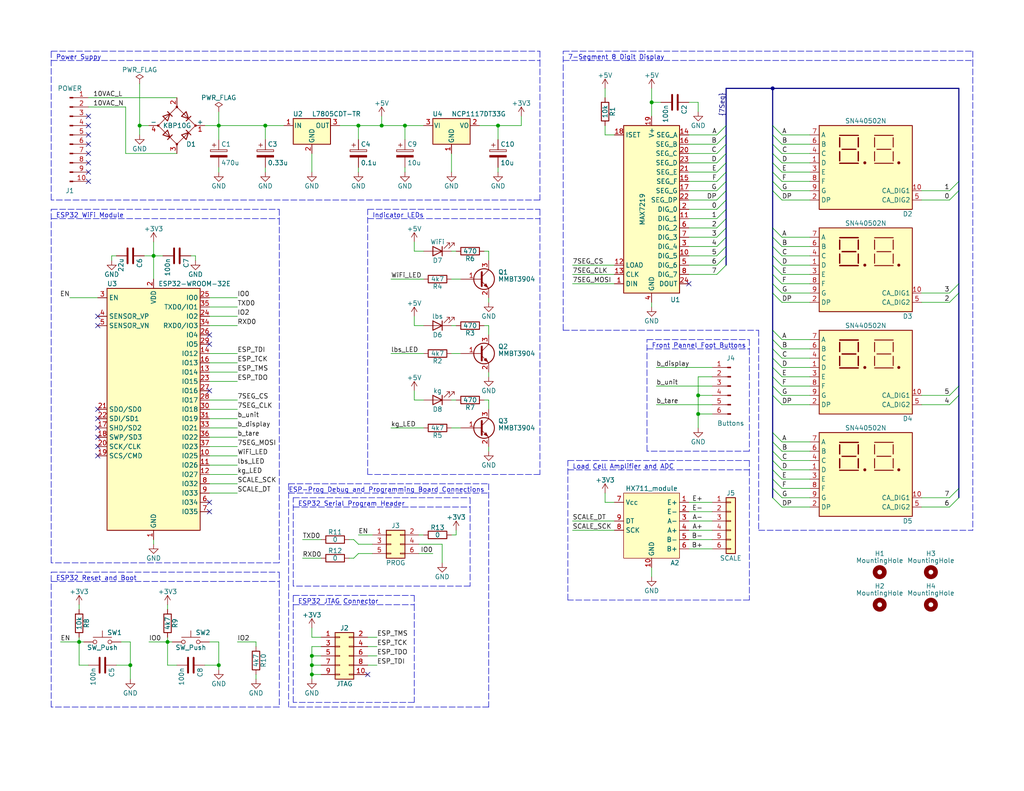
<source format=kicad_sch>
(kicad_sch (version 20211123) (generator eeschema)
  (paper "A")
  (title_block (title "DigiMatex DS410 Scale Replacement Main Board") (date "2022-02-21") (rev "A") (company "erry Leumas") (comment 1 "PCB to be maufactured by prototype board house (JLCPCB)"))
  (bus_alias "7Seg" (members "A" "B" "C" "D" "E" "F" "G" "DP" "1" "2" "3" "4" "5" "6" "7" "0"))
  (bus_alias "LED" (members "WiFi_LED" "lbs_LED" "kg_LED"))
  (bus_alias "MAX7219" (members "CLK" "MOSI" "CS"))
  (bus_alias "Buttons" (members "b_display" "b_tare" "b_unit"))
  (bus_alias "HX711" (members "SCK" "DT"))
  (junction (at 110.49 34.29))
  (junction (at 35.56 181.61))
  (junction (at 41.91 69.85))
  (junction (at 190.5 113.03))
  (junction (at 59.69 181.61))
  (junction (at 85.09 179.07))
  (junction (at 38.1 34.29))
  (junction (at 135.89 34.29))
  (junction (at 85.09 184.15))
  (junction (at 104.14 34.29))
  (junction (at 97.79 34.29))
  (junction (at 45.72 175.26))
  (junction (at 59.69 34.29))
  (junction (at 177.8 27.94))
  (junction (at 21.59 175.26))
  (junction (at 210.82 24.13))
  (junction (at 85.09 181.61))
  (junction (at 72.39 34.29))
  (junction (at 190.5 107.95))
  (no_connect (at 24.13 31.75))
  (no_connect (at 24.13 36.83))
  (no_connect (at 24.13 39.37))
  (no_connect (at 24.13 41.91))
  (no_connect (at 24.13 44.45))
  (no_connect (at 24.13 46.99))
  (no_connect (at 24.13 49.53))
  (no_connect (at 26.67 86.36))
  (no_connect (at 26.67 121.92))
  (no_connect (at 26.67 114.3))
  (no_connect (at 26.67 111.76))
  (no_connect (at 26.67 88.9))
  (no_connect (at 26.67 119.38))
  (no_connect (at 26.67 124.46))
  (no_connect (at 26.67 116.84))
  (no_connect (at 187.96 77.47))
  (no_connect (at 100.33 184.15))
  (no_connect (at 57.15 139.7))
  (no_connect (at 57.15 137.16))
  (no_connect (at 57.15 93.98))
  (no_connect (at 57.15 91.44))
  (no_connect (at 57.15 106.68))
  (no_connect (at 24.13 34.29))
  (bus_entry (at 195.58 74.93) (size 2.54 -2.54))
  (bus_entry (at 195.58 39.37) (size 2.54 -2.54))
  (bus_entry (at 210.82 64.77) (size 2.54 2.54))
  (bus_entry (at 210.82 95.25) (size 2.54 2.54))
  (bus_entry (at 210.82 97.79) (size 2.54 2.54))
  (bus_entry (at 195.58 57.15) (size 2.54 -2.54))
  (bus_entry (at 210.82 74.93) (size 2.54 2.54))
  (bus_entry (at 195.58 62.23) (size 2.54 -2.54))
  (bus_entry (at 210.82 80.01) (size 2.54 2.54))
  (bus_entry (at 210.82 120.65) (size 2.54 2.54))
  (bus_entry (at 210.82 100.33) (size 2.54 2.54))
  (bus_entry (at 210.82 135.89) (size 2.54 2.54))
  (bus_entry (at 195.58 52.07) (size 2.54 -2.54))
  (bus_entry (at 210.82 125.73) (size 2.54 2.54))
  (bus_entry (at 195.58 59.69) (size 2.54 -2.54))
  (bus_entry (at 210.82 77.47) (size 2.54 2.54))
  (bus_entry (at 195.58 46.99) (size 2.54 -2.54))
  (bus_entry (at 210.82 34.29) (size 2.54 2.54))
  (bus_entry (at 210.82 49.53) (size 2.54 2.54))
  (bus_entry (at 210.82 46.99) (size 2.54 2.54))
  (bus_entry (at 210.82 39.37) (size 2.54 2.54))
  (bus_entry (at 210.82 44.45) (size 2.54 2.54))
  (bus_entry (at 210.82 36.83) (size 2.54 2.54))
  (bus_entry (at 210.82 41.91) (size 2.54 2.54))
  (bus_entry (at 210.82 52.07) (size 2.54 2.54))
  (bus_entry (at 210.82 130.81) (size 2.54 2.54))
  (bus_entry (at 210.82 92.71) (size 2.54 2.54))
  (bus_entry (at 195.58 64.77) (size 2.54 -2.54))
  (bus_entry (at 195.58 69.85) (size 2.54 -2.54))
  (bus_entry (at 210.82 118.11) (size 2.54 2.54))
  (bus_entry (at 195.58 44.45) (size 2.54 -2.54))
  (bus_entry (at 210.82 102.87) (size 2.54 2.54))
  (bus_entry (at 195.58 72.39) (size 2.54 -2.54))
  (bus_entry (at 210.82 123.19) (size 2.54 2.54))
  (bus_entry (at 210.82 62.23) (size 2.54 2.54))
  (bus_entry (at 195.58 41.91) (size 2.54 -2.54))
  (bus_entry (at 195.58 54.61) (size 2.54 -2.54))
  (bus_entry (at 259.08 52.07) (size 2.54 -2.54))
  (bus_entry (at 259.08 54.61) (size 2.54 -2.54))
  (bus_entry (at 259.08 82.55) (size 2.54 -2.54))
  (bus_entry (at 259.08 80.01) (size 2.54 -2.54))
  (bus_entry (at 259.08 138.43) (size 2.54 -2.54))
  (bus_entry (at 259.08 135.89) (size 2.54 -2.54))
  (bus_entry (at 259.08 107.95) (size 2.54 -2.54))
  (bus_entry (at 259.08 110.49) (size 2.54 -2.54))
  (bus_entry (at 210.82 90.17) (size 2.54 2.54))
  (bus_entry (at 195.58 36.83) (size 2.54 -2.54))
  (bus_entry (at 195.58 67.31) (size 2.54 -2.54))
  (bus_entry (at 210.82 107.95) (size 2.54 2.54))
  (bus_entry (at 210.82 105.41) (size 2.54 2.54))
  (bus_entry (at 210.82 133.35) (size 2.54 2.54))
  (bus_entry (at 210.82 72.39) (size 2.54 2.54))
  (bus_entry (at 210.82 128.27) (size 2.54 2.54))
  (bus_entry (at 210.82 67.31) (size 2.54 2.54))
  (bus_entry (at 210.82 69.85) (size 2.54 2.54))
  (bus_entry (at 195.58 49.53) (size 2.54 -2.54))
  (wire (pts (xy 59.69 34.29) (xy 59.69 38.1)))
  (polyline (pts (xy 147.32 129.54) (xy 100.33 129.54)))
  (bus (pts (xy 210.82 34.29) (xy 210.82 36.83)))
  (wire (pts (xy 57.15 127) (xy 64.77 127)))
  (wire (pts (xy 187.96 67.31) (xy 195.58 67.31)))
  (wire (pts (xy 69.85 184.15) (xy 69.85 185.42)))
  (wire (pts (xy 16.51 175.26) (xy 21.59 175.26)))
  (wire (pts (xy 85.09 184.15) (xy 87.63 184.15)))
  (wire (pts (xy 57.15 129.54) (xy 64.77 129.54)))
  (bus (pts (xy 210.82 39.37) (xy 210.82 41.91)))
  (wire (pts (xy 85.09 184.15) (xy 85.09 181.61)))
  (wire (pts (xy 142.24 31.75) (xy 142.24 34.29)))
  (wire (pts (xy 85.09 41.91) (xy 85.09 46.99)))
  (bus (pts (xy 210.82 105.41) (xy 210.82 107.95)))
  (wire (pts (xy 213.36 133.35) (xy 220.98 133.35)))
  (wire (pts (xy 31.75 181.61) (xy 35.56 181.61)))
  (wire (pts (xy 123.19 68.58) (xy 124.46 68.58)))
  (polyline (pts (xy 13.97 54.61) (xy 13.97 13.97)))
  (wire (pts (xy 187.96 41.91) (xy 195.58 41.91)))
  (wire (pts (xy 41.91 69.85) (xy 44.45 69.85)))
  (wire (pts (xy 133.35 121.92) (xy 133.35 123.19)))
  (wire (pts (xy 187.96 36.83) (xy 195.58 36.83)))
  (wire (pts (xy 187.96 64.77) (xy 195.58 64.77)))
  (wire (pts (xy 187.96 44.45) (xy 195.58 44.45)))
  (wire (pts (xy 48.26 41.91) (xy 34.29 41.91)))
  (wire (pts (xy 110.49 45.72) (xy 110.49 46.99)))
  (bus (pts (xy 198.12 54.61) (xy 198.12 52.07)))
  (bus (pts (xy 210.82 80.01) (xy 210.82 90.17)))
  (wire (pts (xy 187.96 137.16) (xy 194.31 137.16)))
  (wire (pts (xy 45.72 181.61) (xy 45.72 175.26)))
  (polyline (pts (xy 207.01 144.78) (xy 265.43 144.78)))
  (wire (pts (xy 72.39 45.72) (xy 72.39 46.99)))
  (wire (pts (xy 57.15 86.36) (xy 64.77 86.36)))
  (wire (pts (xy 187.96 46.99) (xy 195.58 46.99)))
  (wire (pts (xy 124.46 146.05) (xy 124.46 144.78)))
  (wire (pts (xy 106.68 116.84) (xy 115.57 116.84)))
  (polyline (pts (xy 113.03 165.1) (xy 113.03 191.77)))
  (polyline (pts (xy 78.74 132.08) (xy 133.35 132.08)))
  (polyline (pts (xy 100.33 129.54) (xy 100.33 57.15)))
  (polyline (pts (xy 78.74 132.08) (xy 78.74 193.04)))
  (wire (pts (xy 213.36 135.89) (xy 220.98 135.89)))
  (wire (pts (xy 114.3 151.13) (xy 118.11 151.13)))
  (wire (pts (xy 97.79 34.29) (xy 97.79 38.1)))
  (wire (pts (xy 194.31 147.32) (xy 187.96 147.32)))
  (bus (pts (xy 261.62 80.01) (xy 261.62 105.41)))
  (wire (pts (xy 213.36 74.93) (xy 220.98 74.93)))
  (polyline (pts (xy 128.27 160.02) (xy 80.01 160.02)))
  (wire (pts (xy 100.33 179.07) (xy 102.87 179.07)))
  (wire (pts (xy 187.96 74.93) (xy 195.58 74.93)))
  (wire (pts (xy 24.13 29.21) (xy 34.29 29.21)))
  (bus (pts (xy 210.82 118.11) (xy 210.82 120.65)))
  (bus (pts (xy 210.82 92.71) (xy 210.82 95.25)))
  (wire (pts (xy 187.96 27.94) (xy 190.5 27.94)))
  (bus (pts (xy 198.12 72.39) (xy 198.12 69.85)))
  (wire (pts (xy 194.31 149.86) (xy 187.96 149.86)))
  (bus (pts (xy 198.12 24.13) (xy 210.82 24.13)))
  (polyline (pts (xy 265.43 13.97) (xy 265.43 16.51)))
  (wire (pts (xy 213.36 92.71) (xy 220.98 92.71)))
  (bus (pts (xy 198.12 52.07) (xy 198.12 49.53)))
  (polyline (pts (xy 154.94 128.27) (xy 204.47 128.27)))
  (wire (pts (xy 213.36 44.45) (xy 220.98 44.45)))
  (wire (pts (xy 85.09 181.61) (xy 87.63 181.61)))
  (wire (pts (xy 100.33 176.53) (xy 102.87 176.53)))
  (wire (pts (xy 113.03 109.22) (xy 115.57 109.22)))
  (wire (pts (xy 101.6 148.59) (xy 97.79 148.59)))
  (wire (pts (xy 213.36 46.99) (xy 220.98 46.99)))
  (wire (pts (xy 57.15 132.08) (xy 64.77 132.08)))
  (polyline (pts (xy 207.01 90.17) (xy 207.01 144.78)))
  (wire (pts (xy 82.55 152.4) (xy 87.63 152.4)))
  (bus (pts (xy 210.82 120.65) (xy 210.82 123.19)))
  (polyline (pts (xy 78.74 134.62) (xy 133.35 134.62)))
  (wire (pts (xy 177.8 82.55) (xy 177.8 83.82)))
  (wire (pts (xy 213.36 120.65) (xy 220.98 120.65)))
  (wire (pts (xy 57.15 114.3) (xy 64.77 114.3)))
  (polyline (pts (xy 153.67 16.51) (xy 265.43 16.51)))
  (bus (pts (xy 261.62 52.07) (xy 261.62 77.47)))
  (bus (pts (xy 261.62 107.95) (xy 261.62 133.35)))
  (wire (pts (xy 190.5 113.03) (xy 190.5 116.84)))
  (wire (pts (xy 213.36 69.85) (xy 220.98 69.85)))
  (wire (pts (xy 187.96 142.24) (xy 194.31 142.24)))
  (polyline (pts (xy 147.32 59.69) (xy 147.32 129.54)))
  (wire (pts (xy 179.07 100.33) (xy 194.31 100.33)))
  (polyline (pts (xy 204.47 125.73) (xy 204.47 128.27)))
  (wire (pts (xy 213.36 102.87) (xy 220.98 102.87)))
  (polyline (pts (xy 128.27 135.89) (xy 128.27 138.43)))
  (wire (pts (xy 97.79 45.72) (xy 97.79 46.99)))
  (polyline (pts (xy 176.53 92.71) (xy 204.47 92.71)))
  (bus (pts (xy 210.82 49.53) (xy 210.82 52.07)))
  (wire (pts (xy 120.65 148.59) (xy 120.65 153.67)))
  (wire (pts (xy 177.8 24.13) (xy 177.8 27.94)))
  (bus (pts (xy 261.62 133.35) (xy 261.62 135.89)))
  (bus (pts (xy 198.12 59.69) (xy 198.12 57.15)))
  (wire (pts (xy 213.36 130.81) (xy 220.98 130.81)))
  (wire (pts (xy 251.46 110.49) (xy 259.08 110.49)))
  (wire (pts (xy 57.15 99.06) (xy 64.77 99.06)))
  (wire (pts (xy 165.1 36.83) (xy 167.64 36.83)))
  (polyline (pts (xy 147.32 54.61) (xy 13.97 54.61)))
  (wire (pts (xy 21.59 173.99) (xy 21.59 175.26)))
  (wire (pts (xy 213.36 54.61) (xy 220.98 54.61)))
  (wire (pts (xy 213.36 105.41) (xy 220.98 105.41)))
  (wire (pts (xy 213.36 64.77) (xy 220.98 64.77)))
  (wire (pts (xy 213.36 67.31) (xy 220.98 67.31)))
  (bus (pts (xy 210.82 72.39) (xy 210.82 74.93)))
  (wire (pts (xy 85.09 179.07) (xy 87.63 179.07)))
  (wire (pts (xy 64.77 175.26) (xy 69.85 175.26)))
  (wire (pts (xy 21.59 165.1) (xy 21.59 166.37)))
  (polyline (pts (xy 113.03 191.77) (xy 80.01 191.77)))
  (wire (pts (xy 130.81 34.29) (xy 135.89 34.29)))
  (wire (pts (xy 213.36 123.19) (xy 220.98 123.19)))
  (wire (pts (xy 187.96 39.37) (xy 195.58 39.37)))
  (wire (pts (xy 123.19 76.2) (xy 125.73 76.2)))
  (polyline (pts (xy 76.2 57.15) (xy 76.2 59.69)))
  (wire (pts (xy 59.69 30.48) (xy 59.69 34.29)))
  (bus (pts (xy 210.82 74.93) (xy 210.82 77.47)))
  (polyline (pts (xy 176.53 123.19) (xy 176.53 92.71)))
  (bus (pts (xy 261.62 77.47) (xy 261.62 80.01)))
  (wire (pts (xy 213.36 52.07) (xy 220.98 52.07)))
  (wire (pts (xy 59.69 45.72) (xy 59.69 46.99)))
  (polyline (pts (xy 80.01 160.02) (xy 80.01 135.89)))
  (wire (pts (xy 41.91 66.04) (xy 41.91 69.85)))
  (polyline (pts (xy 100.33 57.15) (xy 147.32 57.15)))
  (wire (pts (xy 177.8 27.94) (xy 177.8 31.75)))
  (wire (pts (xy 156.21 144.78) (xy 167.64 144.78)))
  (bus (pts (xy 210.82 36.83) (xy 210.82 39.37)))
  (wire (pts (xy 187.96 139.7) (xy 194.31 139.7)))
  (polyline (pts (xy 13.97 13.97) (xy 147.32 13.97)))
  (wire (pts (xy 156.21 74.93) (xy 167.64 74.93)))
  (wire (pts (xy 113.03 68.58) (xy 115.57 68.58)))
  (polyline (pts (xy 76.2 59.69) (xy 76.2 153.67)))
  (polyline (pts (xy 154.94 163.83) (xy 154.94 125.73)))
  (wire (pts (xy 167.64 77.47) (xy 156.21 77.47)))
  (wire (pts (xy 187.96 54.61) (xy 195.58 54.61)))
  (wire (pts (xy 187.96 59.69) (xy 195.58 59.69)))
  (wire (pts (xy 179.07 105.41) (xy 194.31 105.41)))
  (wire (pts (xy 35.56 181.61) (xy 35.56 185.42)))
  (wire (pts (xy 48.26 181.61) (xy 45.72 181.61)))
  (bus (pts (xy 210.82 24.13) (xy 210.82 34.29)))
  (wire (pts (xy 190.5 27.94) (xy 190.5 30.48)))
  (wire (pts (xy 165.1 24.13) (xy 165.1 26.67)))
  (wire (pts (xy 180.34 27.94) (xy 177.8 27.94)))
  (bus (pts (xy 210.82 62.23) (xy 210.82 64.77)))
  (wire (pts (xy 82.55 147.32) (xy 87.63 147.32)))
  (wire (pts (xy 85.09 185.42) (xy 85.09 184.15)))
  (wire (pts (xy 251.46 107.95) (xy 259.08 107.95)))
  (wire (pts (xy 165.1 137.16) (xy 167.64 137.16)))
  (wire (pts (xy 133.35 88.9) (xy 133.35 91.44)))
  (wire (pts (xy 85.09 176.53) (xy 87.63 176.53)))
  (polyline (pts (xy 265.43 16.51) (xy 265.43 144.78)))
  (wire (pts (xy 33.02 175.26) (xy 35.56 175.26)))
  (wire (pts (xy 57.15 175.26) (xy 59.69 175.26)))
  (polyline (pts (xy 113.03 162.56) (xy 113.03 165.1)))
  (polyline (pts (xy 128.27 138.43) (xy 128.27 160.02)))
  (polyline (pts (xy 80.01 138.43) (xy 128.27 138.43)))
  (bus (pts (xy 210.82 128.27) (xy 210.82 130.81)))
  (wire (pts (xy 114.3 146.05) (xy 115.57 146.05)))
  (polyline (pts (xy 100.33 59.69) (xy 147.32 59.69)))
  (wire (pts (xy 123.19 146.05) (xy 124.46 146.05)))
  (bus (pts (xy 210.82 52.07) (xy 210.82 62.23)))
  (wire (pts (xy 87.63 173.99) (xy 85.09 173.99)))
  (bus (pts (xy 198.12 57.15) (xy 198.12 54.61)))
  (wire (pts (xy 213.36 41.91) (xy 220.98 41.91)))
  (wire (pts (xy 113.03 88.9) (xy 115.57 88.9)))
  (wire (pts (xy 123.19 41.91) (xy 123.19 46.99)))
  (wire (pts (xy 39.37 69.85) (xy 41.91 69.85)))
  (wire (pts (xy 165.1 134.62) (xy 165.1 137.16)))
  (wire (pts (xy 213.36 36.83) (xy 220.98 36.83)))
  (wire (pts (xy 213.36 138.43) (xy 220.98 138.43)))
  (wire (pts (xy 251.46 52.07) (xy 259.08 52.07)))
  (bus (pts (xy 210.82 102.87) (xy 210.82 105.41)))
  (bus (pts (xy 198.12 41.91) (xy 198.12 39.37)))
  (polyline (pts (xy 13.97 153.67) (xy 13.97 57.15)))
  (wire (pts (xy 97.79 148.59) (xy 96.52 147.32)))
  (bus (pts (xy 198.12 36.83) (xy 198.12 34.29)))
  (polyline (pts (xy 76.2 193.04) (xy 13.97 193.04)))
  (bus (pts (xy 198.12 34.29) (xy 198.12 24.13)))
  (wire (pts (xy 114.3 148.59) (xy 120.65 148.59)))
  (wire (pts (xy 213.36 49.53) (xy 220.98 49.53)))
  (wire (pts (xy 41.91 147.32) (xy 41.91 148.59)))
  (bus (pts (xy 261.62 49.53) (xy 261.62 52.07)))
  (bus (pts (xy 210.82 125.73) (xy 210.82 128.27)))
  (wire (pts (xy 167.64 142.24) (xy 156.21 142.24)))
  (bus (pts (xy 210.82 107.95) (xy 210.82 118.11)))
  (wire (pts (xy 110.49 34.29) (xy 115.57 34.29)))
  (polyline (pts (xy 76.2 156.21) (xy 76.2 158.75)))
  (wire (pts (xy 97.79 146.05) (xy 101.6 146.05)))
  (wire (pts (xy 190.5 107.95) (xy 190.5 113.03)))
  (polyline (pts (xy 80.01 191.77) (xy 80.01 162.56)))
  (wire (pts (xy 187.96 72.39) (xy 195.58 72.39)))
  (wire (pts (xy 133.35 68.58) (xy 133.35 71.12)))
  (bus (pts (xy 210.82 90.17) (xy 210.82 92.71)))
  (polyline (pts (xy 204.47 123.19) (xy 176.53 123.19)))
  (polyline (pts (xy 176.53 95.25) (xy 204.47 95.25)))
  (wire (pts (xy 123.19 96.52) (xy 125.73 96.52)))
  (bus (pts (xy 198.12 39.37) (xy 198.12 36.83)))
  (wire (pts (xy 190.5 102.87) (xy 190.5 107.95)))
  (wire (pts (xy 38.1 34.29) (xy 40.64 34.29)))
  (bus (pts (xy 198.12 64.77) (xy 198.12 62.23)))
  (wire (pts (xy 213.36 39.37) (xy 220.98 39.37)))
  (wire (pts (xy 251.46 80.01) (xy 259.08 80.01)))
  (bus (pts (xy 198.12 46.99) (xy 198.12 44.45)))
  (wire (pts (xy 113.03 86.36) (xy 113.03 88.9)))
  (wire (pts (xy 213.36 110.49) (xy 220.98 110.49)))
  (wire (pts (xy 187.96 57.15) (xy 195.58 57.15)))
  (wire (pts (xy 59.69 34.29) (xy 72.39 34.29)))
  (wire (pts (xy 24.13 26.67) (xy 48.26 26.67)))
  (bus (pts (xy 210.82 95.25) (xy 210.82 97.79)))
  (wire (pts (xy 187.96 62.23) (xy 195.58 62.23)))
  (wire (pts (xy 53.34 71.12) (xy 53.34 69.85)))
  (bus (pts (xy 261.62 105.41) (xy 261.62 107.95)))
  (bus (pts (xy 210.82 100.33) (xy 210.82 102.87)))
  (wire (pts (xy 187.96 144.78) (xy 194.31 144.78)))
  (polyline (pts (xy 80.01 162.56) (xy 113.03 162.56)))
  (wire (pts (xy 104.14 31.75) (xy 104.14 34.29)))
  (bus (pts (xy 210.82 67.31) (xy 210.82 69.85)))
  (wire (pts (xy 40.64 175.26) (xy 45.72 175.26)))
  (wire (pts (xy 57.15 101.6) (xy 64.77 101.6)))
  (wire (pts (xy 194.31 102.87) (xy 190.5 102.87)))
  (polyline (pts (xy 147.32 13.97) (xy 147.32 16.51)))
  (wire (pts (xy 133.35 101.6) (xy 133.35 102.87)))
  (polyline (pts (xy 13.97 16.51) (xy 147.32 16.51)))
  (polyline (pts (xy 147.32 16.51) (xy 147.32 54.61)))
  (bus (pts (xy 210.82 77.47) (xy 210.82 80.01)))
  (wire (pts (xy 57.15 104.14) (xy 64.77 104.14)))
  (wire (pts (xy 69.85 175.26) (xy 69.85 176.53)))
  (wire (pts (xy 133.35 81.28) (xy 133.35 82.55)))
  (wire (pts (xy 187.96 49.53) (xy 195.58 49.53)))
  (wire (pts (xy 38.1 36.83) (xy 38.1 34.29)))
  (wire (pts (xy 97.79 151.13) (xy 96.52 152.4)))
  (wire (pts (xy 165.1 34.29) (xy 165.1 36.83)))
  (bus (pts (xy 210.82 97.79) (xy 210.82 100.33)))
  (polyline (pts (xy 80.01 135.89) (xy 128.27 135.89)))
  (polyline (pts (xy 76.2 158.75) (xy 76.2 193.04)))
  (polyline (pts (xy 147.32 57.15) (xy 147.32 59.69)))
  (wire (pts (xy 123.19 109.22) (xy 124.46 109.22)))
  (wire (pts (xy 132.08 88.9) (xy 133.35 88.9)))
  (polyline (pts (xy 13.97 193.04) (xy 13.97 156.21)))
  (wire (pts (xy 251.46 135.89) (xy 259.08 135.89)))
  (bus (pts (xy 210.82 44.45) (xy 210.82 46.99)))
  (wire (pts (xy 21.59 175.26) (xy 22.86 175.26)))
  (wire (pts (xy 45.72 173.99) (xy 45.72 175.26)))
  (polyline (pts (xy 204.47 92.71) (xy 204.47 95.25)))
  (wire (pts (xy 213.36 77.47) (xy 220.98 77.47)))
  (bus (pts (xy 210.82 123.19) (xy 210.82 125.73)))
  (polyline (pts (xy 154.94 125.73) (xy 204.47 125.73)))
  (wire (pts (xy 251.46 138.43) (xy 259.08 138.43)))
  (wire (pts (xy 177.8 154.94) (xy 177.8 157.48)))
  (wire (pts (xy 97.79 34.29) (xy 104.14 34.29)))
  (wire (pts (xy 213.36 100.33) (xy 220.98 100.33)))
  (wire (pts (xy 187.96 69.85) (xy 195.58 69.85)))
  (wire (pts (xy 57.15 88.9) (xy 64.77 88.9)))
  (polyline (pts (xy 204.47 163.83) (xy 154.94 163.83)))
  (polyline (pts (xy 80.01 165.1) (xy 113.03 165.1)))
  (wire (pts (xy 106.68 76.2) (xy 115.57 76.2)))
  (wire (pts (xy 57.15 124.46) (xy 64.77 124.46)))
  (wire (pts (xy 59.69 175.26) (xy 59.69 181.61)))
  (bus (pts (xy 210.82 24.13) (xy 261.62 24.13)))
  (polyline (pts (xy 13.97 156.21) (xy 76.2 156.21)))
  (wire (pts (xy 106.68 96.52) (xy 115.57 96.52)))
  (bus (pts (xy 210.82 69.85) (xy 210.82 72.39)))
  (wire (pts (xy 57.15 81.28) (xy 64.77 81.28)))
  (wire (pts (xy 57.15 116.84) (xy 64.77 116.84)))
  (bus (pts (xy 210.82 41.91) (xy 210.82 44.45)))
  (polyline (pts (xy 153.67 90.17) (xy 153.67 13.97)))
  (wire (pts (xy 251.46 54.61) (xy 259.08 54.61)))
  (wire (pts (xy 72.39 34.29) (xy 77.47 34.29)))
  (wire (pts (xy 135.89 45.72) (xy 135.89 46.99)))
  (wire (pts (xy 45.72 175.26) (xy 46.99 175.26)))
  (wire (pts (xy 213.36 80.01) (xy 220.98 80.01)))
  (wire (pts (xy 194.31 113.03) (xy 190.5 113.03)))
  (wire (pts (xy 21.59 181.61) (xy 21.59 175.26)))
  (wire (pts (xy 135.89 34.29) (xy 142.24 34.29)))
  (wire (pts (xy 35.56 175.26) (xy 35.56 181.61)))
  (wire (pts (xy 97.79 34.29) (xy 92.71 34.29)))
  (bus (pts (xy 198.12 44.45) (xy 198.12 41.91)))
  (wire (pts (xy 57.15 83.82) (xy 64.77 83.82)))
  (wire (pts (xy 38.1 22.86) (xy 38.1 34.29)))
  (wire (pts (xy 179.07 110.49) (xy 194.31 110.49)))
  (wire (pts (xy 31.75 69.85) (xy 30.48 69.85)))
  (wire (pts (xy 194.31 107.95) (xy 190.5 107.95)))
  (wire (pts (xy 100.33 173.99) (xy 102.87 173.99)))
  (wire (pts (xy 45.72 165.1) (xy 45.72 166.37)))
  (wire (pts (xy 251.46 82.55) (xy 259.08 82.55)))
  (bus (pts (xy 210.82 130.81) (xy 210.82 133.35)))
  (wire (pts (xy 132.08 68.58) (xy 133.35 68.58)))
  (bus (pts (xy 198.12 69.85) (xy 198.12 67.31)))
  (wire (pts (xy 104.14 34.29) (xy 110.49 34.29)))
  (bus (pts (xy 210.82 46.99) (xy 210.82 49.53)))
  (polyline (pts (xy 13.97 158.75) (xy 76.2 158.75)))
  (wire (pts (xy 213.36 82.55) (xy 220.98 82.55)))
  (wire (pts (xy 34.29 41.91) (xy 34.29 29.21)))
  (wire (pts (xy 156.21 72.39) (xy 167.64 72.39)))
  (wire (pts (xy 57.15 119.38) (xy 64.77 119.38)))
  (wire (pts (xy 95.25 147.32) (xy 96.52 147.32)))
  (polyline (pts (xy 133.35 132.08) (xy 133.35 193.04)))
  (wire (pts (xy 57.15 121.92) (xy 64.77 121.92)))
  (wire (pts (xy 30.48 69.85) (xy 30.48 71.12)))
  (wire (pts (xy 132.08 109.22) (xy 133.35 109.22)))
  (wire (pts (xy 95.25 152.4) (xy 96.52 152.4)))
  (wire (pts (xy 57.15 96.52) (xy 64.77 96.52)))
  (wire (pts (xy 213.36 125.73) (xy 220.98 125.73)))
  (wire (pts (xy 59.69 181.61) (xy 59.69 182.88)))
  (wire (pts (xy 57.15 111.76) (xy 64.77 111.76)))
  (polyline (pts (xy 13.97 57.15) (xy 76.2 57.15)))
  (bus (pts (xy 198.12 67.31) (xy 198.12 64.77)))
  (wire (pts (xy 100.33 181.61) (xy 102.87 181.61)))
  (bus (pts (xy 210.82 64.77) (xy 210.82 67.31)))
  (wire (pts (xy 135.89 34.29) (xy 135.89 38.1)))
  (bus (pts (xy 210.82 133.35) (xy 210.82 135.89)))
  (polyline (pts (xy 133.35 193.04) (xy 78.74 193.04)))
  (polyline (pts (xy 153.67 90.17) (xy 207.01 90.17)))
  (wire (pts (xy 110.49 34.29) (xy 110.49 38.1)))
  (bus (pts (xy 198.12 49.53) (xy 198.12 46.99)))
  (wire (pts (xy 113.03 66.04) (xy 113.03 68.58)))
  (wire (pts (xy 213.36 128.27) (xy 220.98 128.27)))
  (wire (pts (xy 85.09 179.07) (xy 85.09 176.53)))
  (wire (pts (xy 101.6 151.13) (xy 97.79 151.13)))
  (bus (pts (xy 261.62 24.13) (xy 261.62 49.53)))
  (polyline (pts (xy 153.67 13.97) (xy 265.43 13.97)))
  (wire (pts (xy 85.09 173.99) (xy 85.09 171.45)))
  (wire (pts (xy 57.15 109.22) (xy 64.77 109.22)))
  (polyline (pts (xy 13.97 59.69) (xy 76.2 59.69)))
  (polyline (pts (xy 76.2 153.67) (xy 13.97 153.67)))
  (wire (pts (xy 113.03 106.68) (xy 113.03 109.22)))
  (wire (pts (xy 26.67 81.28) (xy 19.05 81.28)))
  (wire (pts (xy 213.36 107.95) (xy 220.98 107.95)))
  (wire (pts (xy 55.88 181.61) (xy 59.69 181.61)))
  (wire (pts (xy 57.15 134.62) (xy 64.77 134.62)))
  (wire (pts (xy 123.19 116.84) (xy 125.73 116.84)))
  (wire (pts (xy 72.39 34.29) (xy 72.39 38.1)))
  (wire (pts (xy 213.36 95.25) (xy 220.98 95.25)))
  (wire (pts (xy 41.91 69.85) (xy 41.91 76.2)))
  (wire (pts (xy 213.36 72.39) (xy 220.98 72.39)))
  (polyline (pts (xy 204.47 128.27) (xy 204.47 163.83)))
  (wire (pts (xy 85.09 181.61) (xy 85.09 179.07)))
  (wire (pts (xy 24.13 181.61) (xy 21.59 181.61)))
  (wire (pts (xy 213.36 97.79) (xy 220.98 97.79)))
  (bus (pts (xy 198.12 62.23) (xy 198.12 59.69)))
  (wire (pts (xy 123.19 88.9) (xy 124.46 88.9)))
  (wire (pts (xy 55.88 34.29) (xy 59.69 34.29)))
  (wire (pts (xy 187.96 52.07) (xy 195.58 52.07)))
  (wire (pts (xy 53.34 69.85) (xy 52.07 69.85)))
  (polyline (pts (xy 204.47 95.25) (xy 204.47 123.19)))
  (wire (pts (xy 133.35 109.22) (xy 133.35 111.76)))
  (text "Front Pannel Foot Buttons" (at 177.8 95.25 0) (effects (font (size 1.27 1.27)) (justify left bottom)))
  (text "ESP32 Reset and Boot" (at 15.24 158.75 0) (effects (font (size 1.27 1.27)) (justify left bottom)))
  (text "Power Suppy" (at 15.24 16.51 0) (effects (font (size 1.27 1.27)) (justify left bottom)))
  (text "7-Segment 8 Digit Display" (at 154.94 16.51 0) (effects (font (size 1.27 1.27)) (justify left bottom)))
  (text "Indicator LEDs" (at 101.6 59.69 0) (effects (font (size 1.27 1.27)) (justify left bottom)))
  (text "ESP-Prog Debug and Programming Board Connections" (at 78.74 134.62 0) (effects (font (size 1.27 1.27)) (justify left bottom)))
  (text "ESP32 JTAG Connector" (at 81.28 165.1 0) (effects (font (size 1.27 1.27)) (justify left bottom)))
  (text "ESP32 Serial Program Header" (at 81.28 138.43 0) (effects (font (size 1.27 1.27)) (justify left bottom)))
  (text "ESP32 WiFi Module" (at 15.24 59.69 0) (effects (font (size 1.27 1.27)) (justify left bottom)))
  (text "Load Cell Amplifier and ADC" (at 156.21 128.27 0) (effects (font (size 1.27 1.27)) (justify left bottom)))
  (label "EN" (at 97.79 146.05 0))
  (label "DP" (at 213.36 110.49 0))
  (label "B" (at 213.36 95.25 0))
  (label "E" (at 213.36 46.99 0))
  (label "B" (at 213.36 39.37 0))
  (label "7SEG_CS" (at 64.77 109.22 0))
  (label "4" (at 195.58 67.31 180))
  (label "C" (at 213.36 97.79 0))
  (label "SCALE_SCK" (at 64.77 132.08 0))
  (label "A+" (at 191.77 144.78 180))
  (label "b_unit" (at 179.07 105.41 0))
  (label "1" (at 195.58 59.69 180))
  (label "10VAC_L" (at 25.4 26.67 0))
  (label "WiFi_LED" (at 64.77 124.46 0))
  (label "G" (at 213.36 135.89 0))
  (label "b_tare" (at 179.07 110.49 0))
  (label "EN" (at 19.05 81.28 180))
  (label "DP" (at 195.58 54.61 180))
  (label "F" (at 213.36 77.47 0))
  (label "B" (at 195.58 39.37 180))
  (label "SCALE_SCK" (at 156.21 144.78 0))
  (label "E+" (at 191.77 137.16 180))
  (label "ESP_TDO" (at 64.77 104.14 0))
  (label "F" (at 213.36 133.35 0))
  (label "B-" (at 191.77 147.32 180))
  (label "6" (at 259.08 138.43 180))
  (label "IO0" (at 40.64 175.26 0))
  (label "lbs_LED" (at 64.77 127 0))
  (label "B+" (at 191.77 149.86 180))
  (label "ESP_TCK" (at 64.77 99.06 0))
  (label "E" (at 213.36 74.93 0))
  (label "b_tare" (at 64.77 119.38 0))
  (label "6" (at 195.58 72.39 180))
  (label "IO2" (at 64.77 175.26 0))
  (label "5" (at 259.08 107.95 180))
  (label "A" (at 213.36 92.71 0))
  (label "E-" (at 191.77 139.7 180))
  (label "ESP_TDI" (at 102.87 181.61 0))
  (label "7SEG_CLK" (at 156.21 74.93 0))
  (label "WiFi_LED" (at 106.68 76.2 0))
  (label "DP" (at 213.36 138.43 0))
  (label "DP" (at 213.36 82.55 0))
  (label "G" (at 213.36 107.95 0))
  (label "0" (at 259.08 54.61 180))
  (label "E" (at 213.36 130.81 0))
  (label "7SEG_CS" (at 156.21 72.39 0))
  (label "F" (at 213.36 105.41 0))
  (label "IO2" (at 64.77 86.36 0))
  (label "SCALE_DT" (at 156.21 142.24 0))
  (label "E" (at 195.58 46.99 180))
  (label "D" (at 213.36 44.45 0))
  (label "3" (at 195.58 64.77 180))
  (label "IO0" (at 64.77 81.28 0))
  (label "10VAC_N" (at 25.4 29.21 0))
  (label "E" (at 213.36 102.87 0))
  (label "G" (at 213.36 52.07 0))
  (label "lbs_LED" (at 106.68 96.52 0))
  (label "C" (at 213.36 41.91 0))
  (label "b_unit" (at 64.77 114.3 0))
  (label "2" (at 259.08 82.55 180))
  (label "TXD0" (at 64.77 83.82 0))
  (label "1" (at 259.08 52.07 180))
  (label "7SEG_CLK" (at 64.77 111.76 0))
  (label "7" (at 259.08 135.89 180))
  (label "B" (at 213.36 67.31 0))
  (label "F" (at 195.58 49.53 180))
  (label "7SEG_MOSI" (at 156.21 77.47 0))
  (label "TXD0" (at 82.55 147.32 0))
  (label "ESP_TMS" (at 102.87 173.99 0))
  (label "C" (at 213.36 125.73 0))
  (label "{7Seg}" (at 198.12 31.75 90))
  (label "2" (at 195.58 62.23 180))
  (label "EN" (at 16.51 175.26 0))
  (label "D" (at 213.36 72.39 0))
  (label "kg_LED" (at 64.77 129.54 0))
  (label "B" (at 213.36 123.19 0))
  (label "ESP_TCK" (at 102.87 176.53 0))
  (label "A" (at 213.36 64.77 0))
  (label "ESP_TMS" (at 64.77 101.6 0))
  (label "b_display" (at 64.77 116.84 0))
  (label "ESP_TDI" (at 64.77 96.52 0))
  (label "SCALE_DT" (at 64.77 134.62 0))
  (label "RXD0" (at 64.77 88.9 0))
  (label "DP" (at 213.36 54.61 0))
  (label "5" (at 195.58 69.85 180))
  (label "A-" (at 191.77 142.24 180))
  (label "C" (at 213.36 69.85 0))
  (label "RXD0" (at 82.55 152.4 0))
  (label "b_display" (at 179.07 100.33 0))
  (label "F" (at 213.36 49.53 0))
  (label "7SEG_MOSI" (at 64.77 121.92 0))
  (label "A" (at 213.36 120.65 0))
  (label "D" (at 213.36 100.33 0))
  (label "C" (at 195.58 41.91 180))
  (label "ESP_TDO" (at 102.87 179.07 0))
  (label "kg_LED" (at 106.68 116.84 0))
  (label "3" (at 259.08 80.01 180))
  (label "G" (at 195.58 52.07 180))
  (label "IO0" (at 118.11 151.13 180))
  (label "7" (at 195.58 74.93 180))
  (label "0" (at 195.58 57.15 180))
  (label "D" (at 195.58 44.45 180))
  (label "G" (at 213.36 80.01 0))
  (label "A" (at 213.36 36.83 0))
  (label "D" (at 213.36 128.27 0))
  (label "A" (at 195.58 36.83 180))
  (label "4" (at 259.08 110.49 180))
  (symbol (lib_id "power:+3V3") (at 165.1 134.62 0) (unit 1)
    (property "Reference" "#PWR06" (effects hide))
    (property "Value" "+3V3" (at 165.1 131.064 0))
  )
  (symbol (lib_id "pl_display:SN440502N") (at 236.22 129.54 0) (unit 1)
    (property "Reference" "D5" (at 247.65 142.24 0))
    (property "Value" "SN440502N" (at 236.22 116.84 0))
    (property "Footprint" "pl_display:SN440502N" (effects hide))
  )
  (symbol (lib_id "power:GND") (at 133.35 123.19 0) (mirror y) (unit 1)
    (property "Reference" "#PWR020" (effects hide))
    (property "Value" "GND" (at 133.35 127 0))
  )
  (symbol (lib_id "power:+5V") (at 104.14 31.75 0) (unit 1)
    (property "Reference" "#PWR04" (effects hide))
    (property "Value" "+5V" (at 104.14 28.194 0))
  )
  (symbol (lib_id "Device:C") (at 184.15 27.94 270) (unit 1)
    (property "Reference" "C2" (at 186.69 28.575 0) (effects (justify left)))
    (property "Value" "100n" (at 181.61 28.575 0) (effects (justify left)))
    (property "Footprint" "Capacitor_SMD:C_0603_1608Metric" (effects hide))
  )
  (symbol (lib_id "Connector_Generic:Conn_02x03_Odd_Even") (at 106.68 148.59 0) (unit 1)
    (property "Reference" "J3" (at 107.95 143.51 0))
    (property "Value" "PROG" (at 107.95 153.67 0))
    (property "Footprint" "Connector_PinHeader_2.54mm:PinHeader_2x03_P2.54mm_Vertical" (effects hide))
  )
  (symbol (lib_id "Device:R") (at 165.1 30.48 0) (unit 1)
    (property "Reference" "R1" (at 167.132 30.48 90))
    (property "Value" "10k" (at 165.1 30.48 90))
    (property "Footprint" "Capacitor_SMD:C_0603_1608Metric" (effects hide))
  )
  (symbol (lib_id "Device:R") (at 128.27 109.22 270) (unit 1)
    (property "Reference" "R7" (at 128.27 111.252 90))
    (property "Value" "470" (at 128.27 109.22 90))
    (property "Footprint" "Capacitor_SMD:C_0805_2012Metric" (effects hide))
  )
  (symbol (lib_id "Device:LED") (at 119.38 88.9 180) (unit 1)
    (property "Reference" "D6" (at 119.38 91.44 0))
    (property "Value" "lbs" (at 119.38 86.36 0))
    (property "Footprint" "LED_THT:LED_D5.0mm" (effects hide))
  )
  (symbol (lib_id "power:GND") (at 177.8 83.82 0) (unit 1)
    (property "Reference" "#PWR012" (effects hide))
    (property "Value" "GND" (at 177.8 87.63 0))
  )
  (symbol (lib_id "Switch:SW_Push") (at 27.94 175.26 0) (unit 1)
    (property "Reference" "SW1" (at 29.21 172.72 0) (effects (justify left)))
    (property "Value" "SW_Push" (at 27.94 176.784 0))
    (property "Footprint" "Button_Switch_THT:SW_PUSH_6mm" (effects hide))
  )
  (symbol (lib_id "Connector:Conn_01x10_Male") (at 19.05 36.83 0) (unit 1)
    (property "Reference" "J1" (at 19.05 52.07 0))
    (property "Value" "POWER" (at 19.05 24.13 0))
    (property "Footprint" "Connector_Molex:Molex_KK-254_AE-6410-10A_1x10_P2.54mm_Vertical" (effects hide))
  )
  (symbol (lib_id "Switch:SW_Push") (at 52.07 175.26 0) (unit 1)
    (property "Reference" "SW2" (at 53.34 172.72 0) (effects (justify left)))
    (property "Value" "SW_Push" (at 52.07 176.784 0))
    (property "Footprint" "Button_Switch_THT:SW_PUSH_6mm" (effects hide))
  )
  (symbol (lib_id "power:GND") (at 123.19 46.99 0) (unit 1)
    (property "Reference" "#PWR032" (effects hide))
    (property "Value" "GND" (at 123.19 50.8 0))
  )
  (symbol (lib_id "Device:R") (at 45.72 170.18 0) (unit 1)
    (property "Reference" "R9" (at 47.752 170.18 90))
    (property "Value" "4k7" (at 45.72 170.18 90))
    (property "Footprint" "Capacitor_SMD:C_0603_1608Metric" (effects hide))
  )
  (symbol (lib_id "Device:C") (at 35.56 69.85 270) (unit 1)
    (property "Reference" "C6" (at 38.1 70.485 0) (effects (justify left)))
    (property "Value" "22u" (at 33.02 70.485 0) (effects (justify left)))
    (property "Footprint" "Capacitor_SMD:C_1206_3216Metric" (effects hide))
  )
  (symbol (lib_id "power:GND") (at 85.09 185.42 0) (unit 1)
    (property "Reference" "#PWR029" (effects hide))
    (property "Value" "GND" (at 85.09 189.23 0))
  )
  (symbol (lib_id "power:GND") (at 72.39 46.99 0) (unit 1)
    (property "Reference" "#PWR05" (effects hide))
    (property "Value" "GND" (at 72.39 50.8 0))
  )
  (symbol (lib_id "power:+5V") (at 113.03 66.04 0) (unit 1)
    (property "Reference" "#PWR017" (effects hide))
    (property "Value" "+5V" (at 113.03 62.484 0))
  )
  (symbol (lib_id "Mechanical:MountingHole") (at 240.03 165.1 0) (unit 1)
    (property "Reference" "H2" (at 240.03 160.02 0))
    (property "Value" "MountingHole" (at 240.03 161.925 0))
    (property "Footprint" "MountingHole:MountingHole_4mm_Pad" (effects hide))
  )
  (symbol (lib_id "power:+3V3") (at 85.09 171.45 0) (unit 1)
    (property "Reference" "#PWR028" (effects hide))
    (property "Value" "+3V3" (at 85.09 167.894 0))
  )
  (symbol (lib_id "Device:C") (at 48.26 69.85 270) (unit 1)
    (property "Reference" "C7" (at 50.8 70.485 0) (effects (justify left)))
    (property "Value" "100n" (at 45.72 70.485 0) (effects (justify left)))
    (property "Footprint" "Capacitor_SMD:C_0603_1608Metric" (effects hide))
  )
  (symbol (lib_id "Device:D_Bridge_+AA-") (at 48.26 34.29 0) (unit 1)
    (property "Reference" "D1" (at 50.8 39.37 0) (effects (justify left)))
    (property "Value" "KBP10G" (at 44.45 34.29 0) (effects (justify left)))
    (property "Footprint" "Diode_THT:Diode_Bridge_Vishay_KBPM" (effects hide))
  )
  (symbol (lib_id "power:PWR_FLAG") (at 59.69 30.48 0) (unit 1)
    (property "Reference" "#FLG01" (effects hide))
    (property "Value" "PWR_FLAG" (at 59.69 26.67 0))
  )
  (symbol (lib_id "Device:C_Polarized") (at 97.79 41.91 0) (unit 1)
    (property "Reference" "C4" (at 98.425 39.37 0) (effects (justify left)))
    (property "Value" "0.1u" (at 98.425 44.45 0) (effects (justify left)))
    (property "Footprint" "Capacitor_THT:CP_Radial_D6.3mm_P2.50mm" (effects hide))
  )
  (symbol (lib_id "Transistor_BJT:MMBT3904") (at 130.81 76.2 0) (unit 1)
    (property "Reference" "Q1" (at 135.89 74.295 0) (effects (justify left)))
    (property "Value" "MMBT3904" (at 135.89 76.2 0) (effects (justify left)))
    (property "Footprint" "Package_TO_SOT_SMD:SOT-23" (effects hide))
    (property "Datasheet" "https://www.onsemi.com/pub/Collateral/2N3903-D.PDF" (effects hide))
  )
  (symbol (lib_id "Device:C_Polarized") (at 59.69 41.91 0) (unit 1)
    (property "Reference" "C1" (at 60.325 39.37 0) (effects (justify left)))
    (property "Value" "470u" (at 60.325 44.45 0) (effects (justify left)))
    (property "Footprint" "Capacitor_THT:CP_Radial_D10.0mm_P5.00mm" (effects hide))
  )
  (symbol (lib_id "Device:R") (at 119.38 116.84 270) (unit 1)
    (property "Reference" "R5" (at 119.38 118.872 90))
    (property "Value" "4k7" (at 119.38 116.84 90))
    (property "Footprint" "Capacitor_SMD:C_0603_1608Metric" (effects hide))
  )
  (symbol (lib_id "power:GND") (at 133.35 102.87 0) (mirror y) (unit 1)
    (property "Reference" "#PWR016" (effects hide))
    (property "Value" "GND" (at 133.35 106.68 0))
  )
  (symbol (lib_id "Transistor_BJT:MMBT3904") (at 130.81 116.84 0) (unit 1)
    (property "Reference" "Q3" (at 135.89 114.935 0) (effects (justify left)))
    (property "Value" "MMBT3904" (at 135.89 116.84 0) (effects (justify left)))
    (property "Footprint" "Package_TO_SOT_SMD:SOT-23" (effects hide))
    (property "Datasheet" "https://www.onsemi.com/pub/Collateral/2N3903-D.PDF" (effects hide))
  )
  (symbol (lib_id "power:GND") (at 190.5 30.48 0) (unit 1)
    (property "Reference" "#PWR013" (effects hide))
    (property "Value" "GND" (at 190.5 34.29 0))
  )
  (symbol (lib_id "power:GND") (at 97.79 46.99 0) (unit 1)
    (property "Reference" "#PWR022" (effects hide))
    (property "Value" "GND" (at 97.79 50.8 0))
  )
  (symbol (lib_id "RF_Module:ESP32-WROOM-32D") (at 41.91 111.76 0) (unit 1)
    (property "Reference" "U3" (at 29.21 77.47 0) (effects (justify left)))
    (property "Value" "ESP32-WROOM-32E" (at 43.18 77.47 0) (effects (justify left)))
    (property "Footprint" "RF_Module:ESP32-WROOM-32" (effects hide))
    (property "Datasheet" "https://www.espressif.com/sites/default/files/documentation/esp32-wroom-32d_esp32-wroom-32u_datasheet_en.pdf" (effects hide))
  )
  (symbol (lib_id "Device:R") (at 91.44 147.32 90) (unit 1)
    (property "Reference" "R11" (at 91.44 145.288 90))
    (property "Value" "0" (at 91.44 147.32 90))
    (property "Footprint" "Capacitor_SMD:C_0805_2012Metric" (effects hide))
  )
  (symbol (lib_id "Device:R") (at 119.38 96.52 270) (unit 1)
    (property "Reference" "R2" (at 119.38 98.552 90))
    (property "Value" "4k7" (at 119.38 96.52 90))
    (property "Footprint" "Capacitor_SMD:C_0603_1608Metric" (effects hide))
  )
  (symbol (lib_id "power:GND") (at 41.91 148.59 0) (unit 1)
    (property "Reference" "#PWR023" (effects hide))
    (property "Value" "GND" (at 41.91 152.4 0))
  )
  (symbol (lib_id "pl_display:SN440502N") (at 236.22 73.66 0) (unit 1)
    (property "Reference" "D3" (at 247.65 86.36 0))
    (property "Value" "SN440502N" (at 236.22 60.96 0))
    (property "Footprint" "pl_display:SN440502N" (effects hide))
  )
  (symbol (lib_id "pl_display:SN440502N") (at 236.22 101.6 0) (unit 1)
    (property "Reference" "D4" (at 247.65 114.3 0))
    (property "Value" "SN440502N" (at 236.22 88.9 0))
    (property "Footprint" "pl_display:SN440502N" (effects hide))
  )
  (symbol (lib_id "power:+3V3") (at 41.91 66.04 0) (unit 1)
    (property "Reference" "#PWR021" (effects hide))
    (property "Value" "+3V3" (at 41.91 62.484 0))
  )
  (symbol (lib_id "power:GND") (at 177.8 157.48 0) (unit 1)
    (property "Reference" "#PWR014" (effects hide))
    (property "Value" "GND" (at 177.8 161.29 0))
  )
  (symbol (lib_id "power:+5V") (at 113.03 86.36 0) (unit 1)
    (property "Reference" "#PWR015" (effects hide))
    (property "Value" "+5V" (at 113.03 82.804 0))
  )
  (symbol (lib_id "power:GND") (at 135.89 46.99 0) (unit 1)
    (property "Reference" "#PWR034" (effects hide))
    (property "Value" "GND" (at 135.89 50.8 0))
  )
  (symbol (lib_id "Mechanical:MountingHole") (at 254 165.1 0) (unit 1)
    (property "Reference" "H4" (at 254 160.02 0))
    (property "Value" "MountingHole" (at 254 161.925 0))
    (property "Footprint" "MountingHole:MountingHole_4mm_Pad" (effects hide))
  )
  (symbol (lib_id "power:GND") (at 190.5 116.84 0) (mirror y) (unit 1)
    (property "Reference" "#PWR0101" (effects hide))
    (property "Value" "GND" (at 190.5 120.65 0))
  )
  (symbol (lib_id "power:GND") (at 85.09 46.99 0) (unit 1)
    (property "Reference" "#PWR03" (effects hide))
    (property "Value" "GND" (at 85.09 50.8 0))
  )
  (symbol (lib_id "Device:LED") (at 119.38 68.58 180) (unit 1)
    (property "Reference" "D7" (at 119.38 71.12 0))
    (property "Value" "WiFi" (at 119.38 66.04 0))
    (property "Footprint" "LED_THT:LED_D5.0mm" (effects hide))
  )
  (symbol (lib_id "Device:R") (at 91.44 152.4 90) (unit 1)
    (property "Reference" "R12" (at 91.44 150.368 90))
    (property "Value" "0" (at 91.44 152.4 90))
    (property "Footprint" "Capacitor_SMD:C_0805_2012Metric" (effects hide))
  )
  (symbol (lib_id "power:GND") (at 35.56 185.42 0) (unit 1)
    (property "Reference" "#PWR09" (effects hide))
    (property "Value" "GND" (at 35.56 189.23 0))
  )
  (symbol (lib_id "Device:R") (at 69.85 180.34 0) (unit 1)
    (property "Reference" "R10" (at 71.882 180.34 90))
    (property "Value" "4k7" (at 69.85 180.34 90))
    (property "Footprint" "Capacitor_SMD:C_0603_1608Metric" (effects hide))
  )
  (symbol (lib_id "Transistor_BJT:MMBT3904") (at 130.81 96.52 0) (unit 1)
    (property "Reference" "Q2" (at 135.89 94.615 0) (effects (justify left)))
    (property "Value" "MMBT3904" (at 135.89 96.52 0) (effects (justify left)))
    (property "Footprint" "Package_TO_SOT_SMD:SOT-23" (effects hide))
    (property "Datasheet" "https://www.onsemi.com/pub/Collateral/2N3903-D.PDF" (effects hide))
  )
  (symbol (lib_id "Regulator_Linear:L7805") (at 85.09 34.29 0) (unit 1)
    (property "Reference" "U2" (at 81.28 31.115 0))
    (property "Value" "L7805CDT-TR" (at 85.09 31.115 0) (effects (justify left)))
    (property "Footprint" "Package_TO_SOT_SMD:TO-252-2" (effects hide))
    (property "Datasheet" "http://www.st.com/content/ccc/resource/technical/document/datasheet/41/4f/b3/b0/12/d4/47/88/CD00000444.pdf/files/CD00000444.pdf/jcr:content/translations/en.CD00000444.pdf" (effects hide))
  )
  (symbol (lib_id "power:GND") (at 59.69 182.88 0) (unit 1)
    (property "Reference" "#PWR026" (effects hide))
    (property "Value" "GND" (at 59.69 186.69 0))
  )
  (symbol (lib_id "Regulator_Linear:NCP1117-3.3_TO252") (at 123.19 34.29 0) (unit 1)
    (property "Reference" "U4" (at 119.38 31.115 0))
    (property "Value" "NCP1117DT33G" (at 123.19 31.115 0) (effects (justify left)))
    (property "Footprint" "Package_TO_SOT_SMD:TO-252-2" (effects hide))
    (property "Datasheet" "http://www.onsemi.com/pub_link/Collateral/NCP1117-D.PDF" (effects hide))
  )
  (symbol (lib_id "power:GND") (at 30.48 71.12 0) (unit 1)
    (property "Reference" "#PWR08" (effects hide))
    (property "Value" "GND" (at 30.48 74.93 0))
  )
  (symbol (lib_id "power:GND") (at 133.35 82.55 0) (mirror y) (unit 1)
    (property "Reference" "#PWR019" (effects hide))
    (property "Value" "GND" (at 133.35 86.36 0))
  )
  (symbol (lib_id "pl_scale:HX711_module") (at 177.8 137.16 0) (unit 1)
    (property "Reference" "A2" (at 184.15 153.67 0))
    (property "Value" "HX711_module" (at 177.8 133.35 0))
    (property "Footprint" "pl_scale:HX711_module" (effects hide))
  )
  (symbol (lib_id "power:+3V3") (at 45.72 165.1 0) (unit 1)
    (property "Reference" "#PWR024" (effects hide))
    (property "Value" "+3V3" (at 45.72 161.544 0))
  )
  (symbol (lib_id "power:PWR_FLAG") (at 38.1 22.86 0) (unit 1)
    (property "Reference" "#FLG02" (effects hide))
    (property "Value" "PWR_FLAG" (at 38.1 19.05 0))
  )
  (symbol (lib_id "Device:C") (at 27.94 181.61 270) (unit 1)
    (property "Reference" "C5" (at 30.48 182.245 0) (effects (justify left)))
    (property "Value" "100n" (at 25.4 182.245 0) (effects (justify left)))
    (property "Footprint" "Capacitor_SMD:C_0603_1608Metric" (effects hide))
  )
  (symbol (lib_id "Device:R") (at 119.38 76.2 270) (unit 1)
    (property "Reference" "R4" (at 119.38 78.232 90))
    (property "Value" "4k7" (at 119.38 76.2 90))
    (property "Footprint" "Capacitor_SMD:C_0603_1608Metric" (effects hide))
  )
  (symbol (lib_id "power:GND") (at 38.1 36.83 0) (unit 1)
    (property "Reference" "#PWR01" (effects hide))
    (property "Value" "GND" (at 38.1 40.64 0))
  )
  (symbol (lib_id "power:GND") (at 69.85 185.42 0) (unit 1)
    (property "Reference" "#PWR027" (effects hide))
    (property "Value" "GND" (at 69.85 189.23 0))
  )
  (symbol (lib_id "Connector_Generic:Conn_01x06") (at 199.39 142.24 0) (unit 1)
    (property "Reference" "J5" (at 199.39 134.62 0))
    (property "Value" "SCALE" (at 199.39 152.4 0))
    (property "Footprint" "TerminalBlock_Phoenix:TerminalBlock_Phoenix_MKDS-1,5-6_1x06_P5.00mm_Horizontal" (effects hide))
  )
  (symbol (lib_id "power:GND") (at 110.49 46.99 0) (unit 1)
    (property "Reference" "#PWR030" (effects hide))
    (property "Value" "GND" (at 110.49 50.8 0))
  )
  (symbol (lib_id "Device:R") (at 128.27 88.9 270) (unit 1)
    (property "Reference" "R3" (at 128.27 90.932 90))
    (property "Value" "470" (at 128.27 88.9 90))
    (property "Footprint" "Capacitor_SMD:C_0805_2012Metric" (effects hide))
  )
  (symbol (lib_id "power:+5V") (at 165.1 24.13 0) (unit 1)
    (property "Reference" "#PWR010" (effects hide))
    (property "Value" "+5V" (at 165.1 20.574 0))
  )
  (symbol (lib_id "power:GND") (at 53.34 71.12 0) (unit 1)
    (property "Reference" "#PWR025" (effects hide))
    (property "Value" "GND" (at 53.34 74.93 0))
  )
  (symbol (lib_id "pl_display:SN440502N") (at 236.22 45.72 0) (unit 1)
    (property "Reference" "D2" (at 247.65 58.42 0))
    (property "Value" "SN440502N" (at 236.22 33.02 0))
    (property "Footprint" "pl_display:SN440502N" (effects hide))
  )
  (symbol (lib_id "Driver_LED:MAX7219") (at 177.8 57.15 0) (unit 1)
    (property "Reference" "U1" (at 182.88 82.55 0) (effects (justify left bottom)))
    (property "Value" "MAX7219" (at 175.26 57.15 90))
    (property "Footprint" "Package_SO:SOIC-24W_7.5x15.4mm_P1.27mm" (effects hide))
    (property "Datasheet" "https://datasheets.maximintegrated.com/en/ds/MAX7219-MAX7221.pdf" (effects hide))
  )
  (symbol (lib_id "power:+3V3") (at 124.46 144.78 0) (unit 1)
    (property "Reference" "#PWR033" (effects hide))
    (property "Value" "+3V3" (at 124.46 141.224 0))
  )
  (symbol (lib_id "power:+3V3") (at 21.59 165.1 0) (unit 1)
    (property "Reference" "#PWR07" (effects hide))
    (property "Value" "+3V3" (at 21.59 161.544 0))
  )
  (symbol (lib_id "power:+5V") (at 177.8 24.13 0) (unit 1)
    (property "Reference" "#PWR011" (effects hide))
    (property "Value" "+5V" (at 177.8 20.574 0))
  )
  (symbol (lib_id "Device:R") (at 128.27 68.58 270) (unit 1)
    (property "Reference" "R6" (at 128.27 70.612 90))
    (property "Value" "470" (at 128.27 68.58 90))
    (property "Footprint" "Capacitor_SMD:C_0805_2012Metric" (effects hide))
  )
  (symbol (lib_id "Device:C_Polarized") (at 135.89 41.91 0) (unit 1)
    (property "Reference" "C10" (at 136.525 39.37 0) (effects (justify left)))
    (property "Value" "10u" (at 136.525 44.45 0) (effects (justify left)))
    (property "Footprint" "Capacitor_THT:CP_Radial_D6.3mm_P2.50mm" (effects hide))
  )
  (symbol (lib_id "Device:R") (at 21.59 170.18 0) (unit 1)
    (property "Reference" "R8" (at 23.622 170.18 90))
    (property "Value" "10k" (at 21.59 170.18 90))
    (property "Footprint" "Capacitor_SMD:C_0603_1608Metric" (effects hide))
  )
  (symbol (lib_id "Device:C") (at 52.07 181.61 270) (unit 1)
    (property "Reference" "C8" (at 54.61 182.245 0) (effects (justify left)))
    (property "Value" "100n" (at 49.53 182.245 0) (effects (justify left)))
    (property "Footprint" "Capacitor_SMD:C_0603_1608Metric" (effects hide))
  )
  (symbol (lib_id "Device:C_Polarized") (at 110.49 41.91 0) (unit 1)
    (property "Reference" "C9" (at 111.125 39.37 0) (effects (justify left)))
    (property "Value" "10u" (at 111.125 44.45 0) (effects (justify left)))
    (property "Footprint" "Capacitor_THT:CP_Radial_D6.3mm_P2.50mm" (effects hide))
  )
  (symbol (lib_id "Connector_Generic:Conn_02x05_Odd_Even") (at 92.71 179.07 0) (unit 1)
    (property "Reference" "J2" (at 93.98 171.45 0))
    (property "Value" "JTAG" (at 93.98 186.69 0))
    (property "Footprint" "Connector_PinHeader_2.54mm:PinHeader_2x05_P2.54mm_Vertical" (effects hide))
  )
  (symbol (lib_id "power:GND") (at 120.65 153.67 0) (unit 1)
    (property "Reference" "#PWR031" (effects hide))
    (property "Value" "GND" (at 120.65 157.48 0))
  )
  (symbol (lib_id "power:GND") (at 59.69 46.99 0) (unit 1)
    (property "Reference" "#PWR02" (effects hide))
    (property "Value" "GND" (at 59.69 50.8 0))
  )
  (symbol (lib_id "Mechanical:MountingHole") (at 254 156.21 0) (unit 1)
    (property "Reference" "H3" (at 254 151.13 0))
    (property "Value" "MountingHole" (at 254 153.035 0))
    (property "Footprint" "MountingHole:MountingHole_4mm_Pad" (effects hide))
  )
  (symbol (lib_id "Device:C_Polarized") (at 72.39 41.91 0) (unit 1)
    (property "Reference" "C3" (at 73.025 39.37 0) (effects (justify left)))
    (property "Value" "0.33u" (at 73.025 44.45 0) (effects (justify left)))
    (property "Footprint" "Capacitor_THT:CP_Radial_D6.3mm_P2.50mm" (effects hide))
  )
  (symbol (lib_id "Device:LED") (at 119.38 109.22 180) (unit 1)
    (property "Reference" "D8" (at 119.38 111.76 0))
    (property "Value" "kg" (at 119.38 106.68 0))
    (property "Footprint" "LED_THT:LED_D5.0mm" (effects hide))
  )
  (symbol (lib_id "power:+3V3") (at 142.24 31.75 0) (unit 1)
    (property "Reference" "#PWR035" (effects hide))
    (property "Value" "+3V3" (at 142.24 28.194 0))
  )
  (symbol (lib_id "Mechanical:MountingHole") (at 240.03 156.21 0) (unit 1)
    (property "Reference" "H1" (at 240.03 151.13 0))
    (property "Value" "MountingHole" (at 240.03 153.035 0))
    (property "Footprint" "MountingHole:MountingHole_4mm_Pad" (effects hide))
  )
  (symbol (lib_id "Connector:Conn_01x06_Male") (at 199.39 105.41 0) (mirror y) (unit 1)
    (property "Reference" "J4" (at 199.39 97.79 0))
    (property "Value" "Buttons" (at 199.39 115.57 0))
    (property "Footprint" "Connector_Molex:Molex_KK-254_AE-6410-06A_1x06_P2.54mm_Vertical" (effects hide))
  )
  (symbol (lib_id "power:+5V") (at 113.03 106.68 0) (unit 1)
    (property "Reference" "#PWR018" (effects hide))
    (property "Value" "+5V" (at 113.03 103.124 0))
  )
  (symbol (lib_id "Device:R") (at 119.38 146.05 90) (unit 1)
    (property "Reference" "R13" (at 119.38 144.018 90))
    (property "Value" "0" (at 119.38 146.05 90))
    (property "Footprint" "Capacitor_SMD:C_0805_2012Metric" (effects hide))
  )
)
</source>
